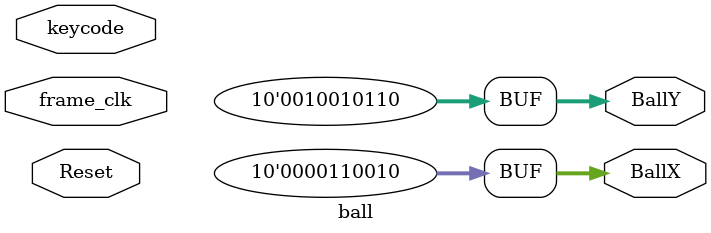
<source format=sv>


module  ball ( input Reset, frame_clk, input [7:0] keycode,
               output [9:0]  BallX, BallY);
    
       
    assign BallX = 50;
   
    assign BallY = 150;
    

endmodule

</source>
